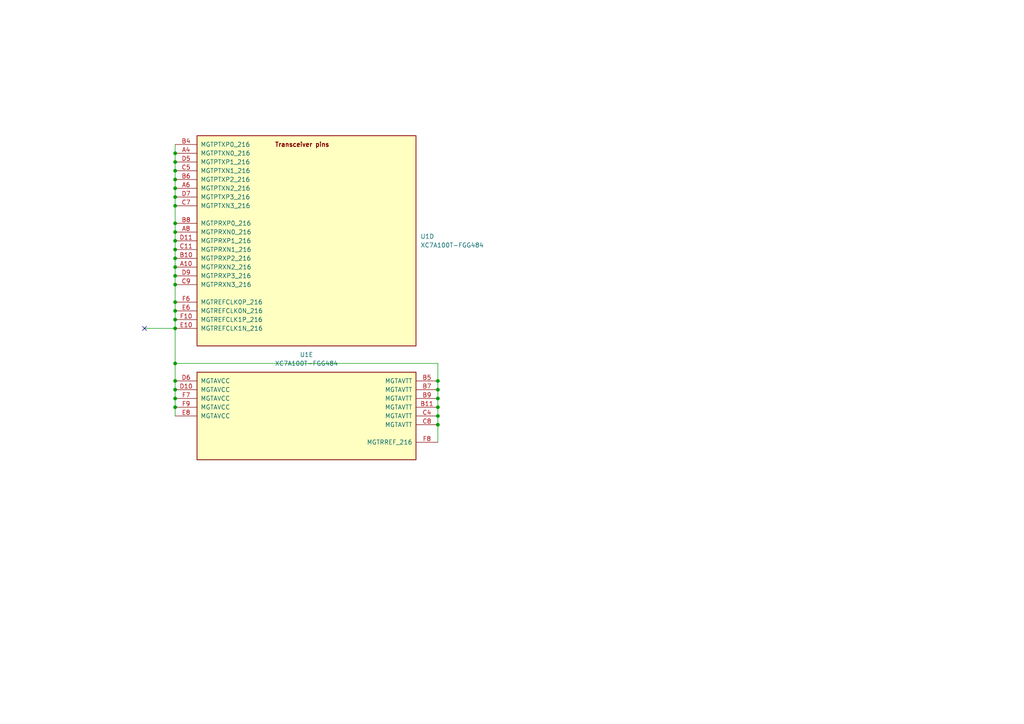
<source format=kicad_sch>
(kicad_sch (version 20230121) (generator eeschema)
  (paper "A4")
  (title_block (title "TripSitter") (date "4/20/2069") (rev "4.2.0") (company "NTNU x Nordic Semiconductor"))
  (lib_symbols
    (symbol "xc7a100t-fgg484:XC7A100T-FGG484" (pin_names (offset 1.016))
      (property "Reference" "U" (at 0 1.27 0))
      (property "Value" "XC7A100T-FGG484" (at 0 -1.27 0))
      (symbol "XC7A100T-FGG484_1_1"
        (rectangle (start -44.45 67.31) (end 44.45 -73.66) (stroke (width 0.254)) (fill (type background)))
        (pin bidirectional line (at -50.8 10.16 0) (length 6.35) (name "IO_L9P_T1_DQS_13") (number "AA10"))
        (pin bidirectional line (at -50.8 7.62 0) (length 6.35) (name "IO_L9N_T1_DQS_13") (number "AA11"))
        (pin bidirectional line (at -50.8 40.64 0) (length 6.35) (name "IO_L3P_T0_DQS_13") (number "AA13"))
        (pin bidirectional line (at -50.8 27.94 0) (length 6.35) (name "IO_L5N_T0_13") (number "AA14"))
        (pin bidirectional line (at -50.8 35.56 0) (length 6.35) (name "IO_L4P_T0_13") (number "AA15"))
        (pin bidirectional line (at -50.8 48.26 0) (length 6.35) (name "IO_L1N_T0_13") (number "AA16"))
        (pin power_in line (at -40.64 73.66 270) (length 6.35) (name "VCCO_13") (number "AA17"))
        (pin bidirectional line (at 50.8 -30.48 180) (length 6.35) (name "IO_L17P_T2_A14_D30_14") (number "AA18"))
        (pin bidirectional line (at 50.8 -20.32 180) (length 6.35) (name "IO_L15P_T2_DQS_RDWR_B_14") (number "AA19"))
        (pin bidirectional line (at 50.8 15.24 180) (length 6.35) (name "IO_L8P_T1_D11_14") (number "AA20"))
        (pin bidirectional line (at 50.8 12.7 180) (length 6.35) (name "IO_L8N_T1_D12_14") (number "AA21"))
        (pin bidirectional line (at -50.8 15.24 0) (length 6.35) (name "IO_L8P_T1_13") (number "AA9"))
        (pin bidirectional line (at -50.8 12.7 0) (length 6.35) (name "IO_L8N_T1_13") (number "AB10"))
        (pin bidirectional line (at -50.8 20.32 0) (length 6.35) (name "IO_L7P_T1_13") (number "AB11"))
        (pin bidirectional line (at -50.8 17.78 0) (length 6.35) (name "IO_L7N_T1_13") (number "AB12"))
        (pin bidirectional line (at -50.8 38.1 0) (length 6.35) (name "IO_L3N_T0_DQS_13") (number "AB13"))
        (pin power_in line (at -38.1 73.66 270) (length 6.35) (name "VCCO_13") (number "AB14"))
        (pin bidirectional line (at -50.8 33.02 0) (length 6.35) (name "IO_L4N_T0_13") (number "AB15"))
        (pin bidirectional line (at -50.8 45.72 0) (length 6.35) (name "IO_L2P_T0_13") (number "AB16"))
        (pin bidirectional line (at -50.8 43.18 0) (length 6.35) (name "IO_L2N_T0_13") (number "AB17"))
        (pin bidirectional line (at 50.8 -33.02 180) (length 6.35) (name "IO_L17N_T2_A13_D29_14") (number "AB18"))
        (pin bidirectional line (at 50.8 -22.86 180) (length 6.35) (name "IO_L15N_T2_DQS_DOUT_CSO_B_14") (number "AB20"))
        (pin bidirectional line (at 50.8 5.08 180) (length 6.35) (name "IO_L10P_T1_D14_14") (number "AB21"))
        (pin bidirectional line (at 50.8 2.54 180) (length 6.35) (name "IO_L10N_T1_D15_14") (number "AB22"))
        (pin power_in line (at 27.94 73.66 270) (length 6.35) (name "VCCO_14") (number "M14"))
        (pin bidirectional line (at 50.8 -60.96 180) (length 6.35) (name "IO_L23P_T3_A03_D19_14") (number "N13"))
        (pin bidirectional line (at 50.8 -63.5 180) (length 6.35) (name "IO_L23N_T3_A02_D18_14") (number "N14"))
        (pin bidirectional line (at 50.8 -71.12 180) (length 6.35) (name "IO_25_14") (number "N15"))
        (pin bidirectional line (at 50.8 -50.8 180) (length 6.35) (name "IO_L21P_T3_DQS_14") (number "N17"))
        (pin bidirectional line (at 50.8 -40.64 180) (length 6.35) (name "IO_L19P_T3_A10_D26_14") (number "P14"))
        (pin bidirectional line (at 50.8 -55.88 180) (length 6.35) (name "IO_L22P_T3_A05_D21_14") (number "P15"))
        (pin bidirectional line (at 50.8 -66.04 180) (length 6.35) (name "IO_L24P_T3_A01_D17_14") (number "P16"))
        (pin bidirectional line (at 50.8 -53.34 180) (length 6.35) (name "IO_L21N_T3_DQS_A06_D22_14") (number "P17"))
        (pin power_in line (at 30.48 73.66 270) (length 6.35) (name "VCCO_14") (number "P18"))
        (pin bidirectional line (at 50.8 30.48 180) (length 6.35) (name "IO_L5P_T0_D06_14") (number "P19"))
        (pin bidirectional line (at 50.8 53.34 180) (length 6.35) (name "IO_0_14") (number "P20"))
        (pin bidirectional line (at 50.8 45.72 180) (length 6.35) (name "IO_L2P_T0_D02_14") (number "P21"))
        (pin bidirectional line (at 50.8 50.8 180) (length 6.35) (name "IO_L1P_T0_D00_MOSI_14") (number "P22"))
        (pin bidirectional line (at 50.8 -43.18 180) (length 6.35) (name "IO_L19N_T3_A09_D25_VREF_14") (number "R14"))
        (pin power_in line (at 33.02 73.66 270) (length 6.35) (name "VCCO_14") (number "R15"))
        (pin bidirectional line (at 50.8 -58.42 180) (length 6.35) (name "IO_L22N_T3_A04_D20_14") (number "R16"))
        (pin bidirectional line (at 50.8 -68.58 180) (length 6.35) (name "IO_L24N_T3_A00_D16_14") (number "R17"))
        (pin bidirectional line (at 50.8 -45.72 180) (length 6.35) (name "IO_L20P_T3_A08_D24_14") (number "R18"))
        (pin bidirectional line (at 50.8 27.94 180) (length 6.35) (name "IO_L5N_T0_D07_14") (number "R19"))
        (pin bidirectional line (at 50.8 43.18 180) (length 6.35) (name "IO_L2N_T0_D03_14") (number "R21"))
        (pin bidirectional line (at 50.8 48.26 180) (length 6.35) (name "IO_L1N_T0_D01_DIN_14") (number "R22"))
        (pin bidirectional line (at -50.8 -20.32 0) (length 6.35) (name "IO_L15P_T2_DQS_13") (number "T14"))
        (pin bidirectional line (at -50.8 -22.86 0) (length 6.35) (name "IO_L15N_T2_DQS_13") (number "T15"))
        (pin bidirectional line (at -50.8 -30.48 0) (length 6.35) (name "IO_L17P_T2_13") (number "T16"))
        (pin bidirectional line (at 50.8 -48.26 180) (length 6.35) (name "IO_L20N_T3_A07_D23_14") (number "T18"))
        (pin bidirectional line (at 50.8 25.4 180) (length 6.35) (name "IO_L6P_T0_FCS_B_14") (number "T19"))
        (pin bidirectional line (at 50.8 22.86 180) (length 6.35) (name "IO_L6N_T0_D08_VREF_14") (number "T20"))
        (pin bidirectional line (at 50.8 35.56 180) (length 6.35) (name "IO_L4P_T0_D04_14") (number "T21"))
        (pin power_in line (at 35.56 73.66 270) (length 6.35) (name "VCCO_14") (number "T22"))
        (pin bidirectional line (at -50.8 -15.24 0) (length 6.35) (name "IO_L14P_T2_SRCC_13") (number "U15"))
        (pin bidirectional line (at -50.8 -33.02 0) (length 6.35) (name "IO_L17N_T2_13") (number "U16"))
        (pin bidirectional line (at 50.8 -35.56 180) (length 6.35) (name "IO_L18P_T2_A12_D28_14") (number "U17"))
        (pin bidirectional line (at 50.8 -38.1 180) (length 6.35) (name "IO_L18N_T2_A11_D27_14") (number "U18"))
        (pin power_in line (at 38.1 73.66 270) (length 6.35) (name "VCCO_14") (number "U19"))
        (pin bidirectional line (at 50.8 0 180) (length 6.35) (name "IO_L11P_T1_SRCC_14") (number "U20"))
        (pin bidirectional line (at 50.8 33.02 180) (length 6.35) (name "IO_L4N_T0_D05_14") (number "U21"))
        (pin bidirectional line (at 50.8 40.64 180) (length 6.35) (name "IO_L3P_T0_DQS_PUDC_B_14") (number "U22"))
        (pin bidirectional line (at -50.8 5.08 0) (length 6.35) (name "IO_L10P_T1_13") (number "V10"))
        (pin bidirectional line (at -50.8 -10.16 0) (length 6.35) (name "IO_L13P_T2_MRCC_13") (number "V13"))
        (pin bidirectional line (at -50.8 -12.7 0) (length 6.35) (name "IO_L13N_T2_MRCC_13") (number "V14"))
        (pin bidirectional line (at -50.8 -17.78 0) (length 6.35) (name "IO_L14N_T2_SRCC_13") (number "V15"))
        (pin power_in line (at -35.56 73.66 270) (length 6.35) (name "VCCO_13") (number "V16"))
        (pin bidirectional line (at 50.8 -25.4 180) (length 6.35) (name "IO_L16P_T2_CSI_B_14") (number "V17"))
        (pin bidirectional line (at 50.8 -15.24 180) (length 6.35) (name "IO_L14P_T2_SRCC_14") (number "V18"))
        (pin bidirectional line (at 50.8 -17.78 180) (length 6.35) (name "IO_L14N_T2_SRCC_14") (number "V19"))
        (pin bidirectional line (at 50.8 -2.54 180) (length 6.35) (name "IO_L11N_T1_SRCC_14") (number "V20"))
        (pin bidirectional line (at 50.8 38.1 180) (length 6.35) (name "IO_L3N_T0_DQS_EMCCLK_14") (number "V22"))
        (pin bidirectional line (at -50.8 2.54 0) (length 6.35) (name "IO_L10N_T1_13") (number "W10"))
        (pin bidirectional line (at -50.8 -5.08 0) (length 6.35) (name "IO_L12P_T1_MRCC_13") (number "W11"))
        (pin bidirectional line (at -50.8 -7.62 0) (length 6.35) (name "IO_L12N_T1_MRCC_13") (number "W12"))
        (pin power_in line (at -33.02 73.66 270) (length 6.35) (name "VCCO_13") (number "W13"))
        (pin bidirectional line (at -50.8 25.4 0) (length 6.35) (name "IO_L6P_T0_13") (number "W14"))
        (pin bidirectional line (at -50.8 -25.4 0) (length 6.35) (name "IO_L16P_T2_13") (number "W15"))
        (pin bidirectional line (at -50.8 -27.94 0) (length 6.35) (name "IO_L16N_T2_13") (number "W16"))
        (pin bidirectional line (at 50.8 -27.94 180) (length 6.35) (name "IO_L16N_T2_A15_D31_14") (number "W17"))
        (pin bidirectional line (at 50.8 -5.08 180) (length 6.35) (name "IO_L12P_T1_MRCC_14") (number "W19"))
        (pin bidirectional line (at 50.8 -7.62 180) (length 6.35) (name "IO_L12N_T1_MRCC_14") (number "W20"))
        (pin bidirectional line (at 50.8 20.32 180) (length 6.35) (name "IO_L7P_T1_D09_14") (number "W21"))
        (pin bidirectional line (at 50.8 17.78 180) (length 6.35) (name "IO_L7N_T1_D10_14") (number "W22"))
        (pin power_in line (at -30.48 73.66 270) (length 6.35) (name "VCCO_13") (number "Y10"))
        (pin bidirectional line (at -50.8 0 0) (length 6.35) (name "IO_L11P_T1_SRCC_13") (number "Y11"))
        (pin bidirectional line (at -50.8 -2.54 0) (length 6.35) (name "IO_L11N_T1_SRCC_13") (number "Y12"))
        (pin bidirectional line (at -50.8 30.48 0) (length 6.35) (name "IO_L5P_T0_13") (number "Y13"))
        (pin bidirectional line (at -50.8 22.86 0) (length 6.35) (name "IO_L6N_T0_VREF_13") (number "Y14"))
        (pin bidirectional line (at -50.8 50.8 0) (length 6.35) (name "IO_L1P_T0_13") (number "Y16"))
        (pin bidirectional line (at -50.8 53.34 0) (length 6.35) (name "IO_0_13") (number "Y17"))
        (pin bidirectional line (at 50.8 -10.16 180) (length 6.35) (name "IO_L13P_T2_MRCC_14") (number "Y18"))
        (pin bidirectional line (at 50.8 -12.7 180) (length 6.35) (name "IO_L13N_T2_MRCC_14") (number "Y19"))
        (pin power_in line (at 40.64 73.66 270) (length 6.35) (name "VCCO_14") (number "Y20"))
        (pin bidirectional line (at 50.8 10.16 180) (length 6.35) (name "IO_L9P_T1_DQS_14") (number "Y21"))
        (pin bidirectional line (at 50.8 7.62 180) (length 6.35) (name "IO_L9N_T1_DQS_D13_14") (number "Y22"))
      )
      (symbol "XC7A100T-FGG484_2_1"
        (rectangle (start -44.45 67.31) (end 44.45 -73.66) (stroke (width 0.254)) (fill (type background)))
        (pin bidirectional line (at 50.8 5.08 180) (length 6.35) (name "IO_L10P_T1_16") (number "A13"))
        (pin bidirectional line (at 50.8 2.54 180) (length 6.35) (name "IO_L10N_T1_16") (number "A14"))
        (pin bidirectional line (at 50.8 10.16 180) (length 6.35) (name "IO_L9P_T1_DQS_16") (number "A15"))
        (pin bidirectional line (at 50.8 7.62 180) (length 6.35) (name "IO_L9N_T1_DQS_16") (number "A16"))
        (pin power_in line (at 27.94 73.66 270) (length 6.35) (name "VCCO_16") (number "A17"))
        (pin bidirectional line (at 50.8 -30.48 180) (length 6.35) (name "IO_L17P_T2_16") (number "A18"))
        (pin bidirectional line (at 50.8 -33.02 180) (length 6.35) (name "IO_L17N_T2_16") (number "A19"))
        (pin bidirectional line (at 50.8 -27.94 180) (length 6.35) (name "IO_L16N_T2_16") (number "A20"))
        (pin bidirectional line (at 50.8 -53.34 180) (length 6.35) (name "IO_L21N_T3_DQS_16") (number "A21"))
        (pin bidirectional line (at 50.8 12.7 180) (length 6.35) (name "IO_L8N_T1_16") (number "B13"))
        (pin power_in line (at 30.48 73.66 270) (length 6.35) (name "VCCO_16") (number "B14"))
        (pin bidirectional line (at 50.8 20.32 180) (length 6.35) (name "IO_L7P_T1_16") (number "B15"))
        (pin bidirectional line (at 50.8 17.78 180) (length 6.35) (name "IO_L7N_T1_16") (number "B16"))
        (pin bidirectional line (at 50.8 0 180) (length 6.35) (name "IO_L11P_T1_SRCC_16") (number "B17"))
        (pin bidirectional line (at 50.8 -2.54 180) (length 6.35) (name "IO_L11N_T1_SRCC_16") (number "B18"))
        (pin bidirectional line (at 50.8 -25.4 180) (length 6.35) (name "IO_L16P_T2_16") (number "B20"))
        (pin bidirectional line (at 50.8 -50.8 180) (length 6.35) (name "IO_L21P_T3_DQS_16") (number "B21"))
        (pin bidirectional line (at 50.8 -48.26 180) (length 6.35) (name "IO_L20N_T3_16") (number "B22"))
        (pin bidirectional line (at 50.8 15.24 180) (length 6.35) (name "IO_L8P_T1_16") (number "C13"))
        (pin bidirectional line (at 50.8 40.64 180) (length 6.35) (name "IO_L3P_T0_DQS_16") (number "C14"))
        (pin bidirectional line (at 50.8 38.1 180) (length 6.35) (name "IO_L3N_T0_DQS_16") (number "C15"))
        (pin bidirectional line (at 50.8 -7.62 180) (length 6.35) (name "IO_L12N_T1_MRCC_16") (number "C17"))
        (pin bidirectional line (at 50.8 -10.16 180) (length 6.35) (name "IO_L13P_T2_MRCC_16") (number "C18"))
        (pin bidirectional line (at 50.8 -12.7 180) (length 6.35) (name "IO_L13N_T2_MRCC_16") (number "C19"))
        (pin bidirectional line (at 50.8 -43.18 180) (length 6.35) (name "IO_L19N_T3_VREF_16") (number "C20"))
        (pin power_in line (at 33.02 73.66 270) (length 6.35) (name "VCCO_16") (number "C21"))
        (pin bidirectional line (at 50.8 -45.72 180) (length 6.35) (name "IO_L20P_T3_16") (number "C22"))
        (pin bidirectional line (at 50.8 25.4 180) (length 6.35) (name "IO_L6P_T0_16") (number "D14"))
        (pin bidirectional line (at 50.8 22.86 180) (length 6.35) (name "IO_L6N_T0_VREF_16") (number "D15"))
        (pin bidirectional line (at 50.8 27.94 180) (length 6.35) (name "IO_L5N_T0_16") (number "D16"))
        (pin bidirectional line (at 50.8 -5.08 180) (length 6.35) (name "IO_L12P_T1_MRCC_16") (number "D17"))
        (pin power_in line (at 35.56 73.66 270) (length 6.35) (name "VCCO_16") (number "D18"))
        (pin bidirectional line (at 50.8 -17.78 180) (length 6.35) (name "IO_L14N_T2_SRCC_16") (number "D19"))
        (pin bidirectional line (at 50.8 -40.64 180) (length 6.35) (name "IO_L19P_T3_16") (number "D20"))
        (pin bidirectional line (at 50.8 -63.5 180) (length 6.35) (name "IO_L23N_T3_16") (number "D21"))
        (pin bidirectional line (at 50.8 -58.42 180) (length 6.35) (name "IO_L22N_T3_16") (number "D22"))
        (pin bidirectional line (at 50.8 35.56 180) (length 6.35) (name "IO_L4P_T0_16") (number "E13"))
        (pin bidirectional line (at 50.8 33.02 180) (length 6.35) (name "IO_L4N_T0_16") (number "E14"))
        (pin power_in line (at 38.1 73.66 270) (length 6.35) (name "VCCO_16") (number "E15"))
        (pin bidirectional line (at 50.8 30.48 180) (length 6.35) (name "IO_L5P_T0_16") (number "E16"))
        (pin bidirectional line (at 50.8 43.18 180) (length 6.35) (name "IO_L2N_T0_16") (number "E17"))
        (pin bidirectional line (at 50.8 -22.86 180) (length 6.35) (name "IO_L15N_T2_DQS_16") (number "E18"))
        (pin bidirectional line (at 50.8 -15.24 180) (length 6.35) (name "IO_L14P_T2_SRCC_16") (number "E19"))
        (pin bidirectional line (at 50.8 -60.96 180) (length 6.35) (name "IO_L23P_T3_16") (number "E21"))
        (pin bidirectional line (at 50.8 -55.88 180) (length 6.35) (name "IO_L22P_T3_16") (number "E22"))
        (pin bidirectional line (at 50.8 50.8 180) (length 6.35) (name "IO_L1P_T0_16") (number "F13"))
        (pin bidirectional line (at 50.8 48.26 180) (length 6.35) (name "IO_L1N_T0_16") (number "F14"))
        (pin bidirectional line (at 50.8 53.34 180) (length 6.35) (name "IO_0_16") (number "F15"))
        (pin bidirectional line (at 50.8 45.72 180) (length 6.35) (name "IO_L2P_T0_16") (number "F16"))
        (pin bidirectional line (at 50.8 -20.32 180) (length 6.35) (name "IO_L15P_T2_DQS_16") (number "F18"))
        (pin bidirectional line (at 50.8 -35.56 180) (length 6.35) (name "IO_L18P_T2_16") (number "F19"))
        (pin bidirectional line (at 50.8 -38.1 180) (length 6.35) (name "IO_L18N_T2_16") (number "F20"))
        (pin bidirectional line (at 50.8 -71.12 180) (length 6.35) (name "IO_25_16") (number "F21"))
        (pin power_in line (at 40.64 73.66 270) (length 6.35) (name "VCCO_16") (number "F22"))
        (pin bidirectional line (at -50.8 48.26 0) (length 6.35) (name "IO_L1N_T0_AD0N_15") (number "G13"))
        (pin bidirectional line (at -50.8 45.72 0) (length 6.35) (name "IO_L2P_T0_AD8P_15") (number "G15"))
        (pin bidirectional line (at -50.8 43.18 0) (length 6.35) (name "IO_L2N_T0_AD8N_15") (number "G16"))
        (pin bidirectional line (at -50.8 35.56 0) (length 6.35) (name "IO_L4P_T0_15") (number "G17"))
        (pin bidirectional line (at -50.8 33.02 0) (length 6.35) (name "IO_L4N_T0_15") (number "G18"))
        (pin power_in line (at -40.64 73.66 270) (length 6.35) (name "VCCO_15") (number "G19"))
        (pin bidirectional line (at -50.8 12.7 0) (length 6.35) (name "IO_L8N_T1_AD10N_15") (number "G20"))
        (pin bidirectional line (at 50.8 -66.04 180) (length 6.35) (name "IO_L24P_T3_16") (number "G21"))
        (pin bidirectional line (at 50.8 -68.58 180) (length 6.35) (name "IO_L24N_T3_16") (number "G22"))
        (pin bidirectional line (at -50.8 50.8 0) (length 6.35) (name "IO_L1P_T0_AD0P_15") (number "H13"))
        (pin bidirectional line (at -50.8 38.1 0) (length 6.35) (name "IO_L3N_T0_DQS_AD1N_15") (number "H14"))
        (pin bidirectional line (at -50.8 27.94 0) (length 6.35) (name "IO_L5N_T0_AD9N_15") (number "H15"))
        (pin power_in line (at -38.1 73.66 270) (length 6.35) (name "VCCO_15") (number "H16"))
        (pin bidirectional line (at -50.8 25.4 0) (length 6.35) (name "IO_L6P_T0_15") (number "H17"))
        (pin bidirectional line (at -50.8 22.86 0) (length 6.35) (name "IO_L6N_T0_VREF_15") (number "H18"))
        (pin bidirectional line (at -50.8 -7.62 0) (length 6.35) (name "IO_L12N_T1_MRCC_15") (number "H19"))
        (pin bidirectional line (at -50.8 15.24 0) (length 6.35) (name "IO_L8P_T1_AD10P_15") (number "H20"))
        (pin bidirectional line (at -50.8 17.78 0) (length 6.35) (name "IO_L7N_T1_AD2N_15") (number "H22"))
        (pin power_in line (at -35.56 73.66 270) (length 6.35) (name "VCCO_15") (number "J13"))
        (pin bidirectional line (at -50.8 40.64 0) (length 6.35) (name "IO_L3P_T0_DQS_AD1P_15") (number "J14"))
        (pin bidirectional line (at -50.8 30.48 0) (length 6.35) (name "IO_L5P_T0_AD9P_15") (number "J15"))
        (pin bidirectional line (at -50.8 53.34 0) (length 6.35) (name "IO_0_15") (number "J16"))
        (pin bidirectional line (at -50.8 -53.34 0) (length 6.35) (name "IO_L21N_T3_DQS_A18_15") (number "J17"))
        (pin bidirectional line (at -50.8 -5.08 0) (length 6.35) (name "IO_L12P_T1_MRCC_15") (number "J19"))
        (pin bidirectional line (at -50.8 0 0) (length 6.35) (name "IO_L11P_T1_SRCC_15") (number "J20"))
        (pin bidirectional line (at -50.8 -2.54 0) (length 6.35) (name "IO_L11N_T1_SRCC_15") (number "J21"))
        (pin bidirectional line (at -50.8 20.32 0) (length 6.35) (name "IO_L7P_T1_AD2P_15") (number "J22"))
        (pin bidirectional line (at -50.8 -40.64 0) (length 6.35) (name "IO_L19P_T3_A22_15") (number "K13"))
        (pin bidirectional line (at -50.8 -43.18 0) (length 6.35) (name "IO_L19N_T3_A21_VREF_15") (number "K14"))
        (pin bidirectional line (at -50.8 -63.5 0) (length 6.35) (name "IO_L23N_T3_FWE_B_15") (number "K16"))
        (pin bidirectional line (at -50.8 -50.8 0) (length 6.35) (name "IO_L21P_T3_DQS_15") (number "K17"))
        (pin bidirectional line (at -50.8 -10.16 0) (length 6.35) (name "IO_L13P_T2_MRCC_15") (number "K18"))
        (pin bidirectional line (at -50.8 -12.7 0) (length 6.35) (name "IO_L13N_T2_MRCC_15") (number "K19"))
        (pin power_in line (at -33.02 73.66 270) (length 6.35) (name "VCCO_15") (number "K20"))
        (pin bidirectional line (at -50.8 10.16 0) (length 6.35) (name "IO_L9P_T1_DQS_AD3P_15") (number "K21"))
        (pin bidirectional line (at -50.8 7.62 0) (length 6.35) (name "IO_L9N_T1_DQS_AD3N_15") (number "K22"))
        (pin bidirectional line (at -50.8 -48.26 0) (length 6.35) (name "IO_L20N_T3_A19_15") (number "L13"))
        (pin bidirectional line (at -50.8 -55.88 0) (length 6.35) (name "IO_L22P_T3_A17_15") (number "L14"))
        (pin bidirectional line (at -50.8 -58.42 0) (length 6.35) (name "IO_L22N_T3_A16_15") (number "L15"))
        (pin bidirectional line (at -50.8 -60.96 0) (length 6.35) (name "IO_L23P_T3_FOE_B_15") (number "L16"))
        (pin power_in line (at -30.48 73.66 270) (length 6.35) (name "VCCO_15") (number "L17"))
        (pin bidirectional line (at -50.8 -27.94 0) (length 6.35) (name "IO_L16N_T2_A27_15") (number "L18"))
        (pin bidirectional line (at -50.8 -15.24 0) (length 6.35) (name "IO_L14P_T2_SRCC_15") (number "L19"))
        (pin bidirectional line (at -50.8 -17.78 0) (length 6.35) (name "IO_L14N_T2_SRCC_15") (number "L20"))
        (pin bidirectional line (at -50.8 2.54 0) (length 6.35) (name "IO_L10N_T1_AD11N_15") (number "L21"))
        (pin bidirectional line (at -50.8 -45.72 0) (length 6.35) (name "IO_L20P_T3_A20_15") (number "M13"))
        (pin bidirectional line (at -50.8 -66.04 0) (length 6.35) (name "IO_L24P_T3_RS1_15") (number "M15"))
        (pin bidirectional line (at -50.8 -68.58 0) (length 6.35) (name "IO_L24N_T3_RS0_15") (number "M16"))
        (pin bidirectional line (at -50.8 -71.12 0) (length 6.35) (name "IO_25_15") (number "M17"))
        (pin bidirectional line (at -50.8 -25.4 0) (length 6.35) (name "IO_L16P_T2_A28_15") (number "M18"))
        (pin bidirectional line (at -50.8 -38.1 0) (length 6.35) (name "IO_L18N_T2_A23_15") (number "M20"))
        (pin bidirectional line (at -50.8 5.08 0) (length 6.35) (name "IO_L10P_T1_AD11P_15") (number "M21"))
        (pin bidirectional line (at -50.8 -22.86 0) (length 6.35) (name "IO_L15N_T2_DQS_ADV_B_15") (number "M22"))
        (pin bidirectional line (at -50.8 -30.48 0) (length 6.35) (name "IO_L17P_T2_A26_15") (number "N18"))
        (pin bidirectional line (at -50.8 -33.02 0) (length 6.35) (name "IO_L17N_T2_A25_15") (number "N19"))
        (pin bidirectional line (at -50.8 -35.56 0) (length 6.35) (name "IO_L18P_T2_A24_15") (number "N20"))
        (pin power_in line (at -27.94 73.66 270) (length 6.35) (name "VCCO_15") (number "N21"))
        (pin bidirectional line (at -50.8 -20.32 0) (length 6.35) (name "IO_L15P_T2_DQS_15") (number "N22"))
      )
      (symbol "XC7A100T-FGG484_3_1"
        (rectangle (start -29.21 67.31) (end 31.75 -63.5) (stroke (width 0.254)) (fill (type background)))
        (text "Bank 35\n" (at 1.27 64.77 0) (effects (font (size 2.4 2.4) bold)))
        (pin bidirectional line (at 38.1 58.42 180) (length 6.35) (name "IO_L1N_T0_AD4N_35") (number "A1"))
        (pin bidirectional line (at 38.1 60.96 180) (length 6.35) (name "IO_L1P_T0_AD4P_35") (number "B1"))
        (pin bidirectional line (at 38.1 53.34 180) (length 6.35) (name "IO_L2N_T0_AD12N_35") (number "B2"))
        (pin power_in line (at -24.13 73.66 270) (length 6.35) (name "VCCO_35") (number "C1"))
        (pin bidirectional line (at 38.1 55.88 180) (length 6.35) (name "IO_L2P_T0_AD12P_35") (number "C2"))
        (pin bidirectional line (at 38.1 48.26 180) (length 6.35) (name "IO_L3N_T0_DQS_AD5N_35") (number "D1"))
        (pin bidirectional line (at 38.1 43.18 180) (length 6.35) (name "IO_L4N_T0_35") (number "D2"))
        (pin bidirectional line (at 38.1 50.8 180) (length 6.35) (name "IO_L3P_T0_DQS_AD5P_35") (number "E1"))
        (pin bidirectional line (at 38.1 45.72 180) (length 6.35) (name "IO_L4P_T0_35") (number "E2"))
        (pin bidirectional line (at 38.1 33.02 180) (length 6.35) (name "IO_L6N_T0_VREF_35") (number "E3"))
        (pin bidirectional line (at 38.1 38.1 180) (length 6.35) (name "IO_L5N_T0_AD13N_35") (number "F1"))
        (pin power_in line (at -21.59 73.66 270) (length 6.35) (name "VCCO_35") (number "F2"))
        (pin bidirectional line (at 38.1 35.56 180) (length 6.35) (name "IO_L6P_T0_35") (number "F3"))
        (pin bidirectional line (at 38.1 63.5 180) (length 6.35) (name "IO_0_35") (number "F4"))
        (pin bidirectional line (at 38.1 40.64 180) (length 6.35) (name "IO_L5P_T0_AD13P_35") (number "G1"))
        (pin bidirectional line (at 38.1 22.86 180) (length 6.35) (name "IO_L8N_T1_AD14N_35") (number "G2"))
        (pin bidirectional line (at 38.1 7.62 180) (length 6.35) (name "IO_L11N_T1_SRCC_35") (number "G3"))
        (pin bidirectional line (at 38.1 2.54 180) (length 6.35) (name "IO_L12N_T1_MRCC_35") (number "G4"))
        (pin bidirectional line (at 38.1 25.4 180) (length 6.35) (name "IO_L8P_T1_AD14P_35") (number "H2"))
        (pin bidirectional line (at 38.1 10.16 180) (length 6.35) (name "IO_L11P_T1_SRCC_35") (number "H3"))
        (pin bidirectional line (at 38.1 5.08 180) (length 6.35) (name "IO_L12P_T1_MRCC_35") (number "H4"))
        (pin bidirectional line (at 38.1 12.7 180) (length 6.35) (name "IO_L10N_T1_AD15N_35") (number "H5"))
        (pin power_in line (at -19.05 73.66 270) (length 6.35) (name "VCCO_35") (number "H6"))
        (pin bidirectional line (at 38.1 27.94 180) (length 6.35) (name "IO_L7N_T1_AD6N_35") (number "J1"))
        (pin bidirectional line (at 38.1 17.78 180) (length 6.35) (name "IO_L9N_T1_DQS_AD7N_35") (number "J2"))
        (pin power_in line (at -16.51 73.66 270) (length 6.35) (name "VCCO_35") (number "J3"))
        (pin bidirectional line (at 38.1 -2.54 180) (length 6.35) (name "IO_L13N_T2_MRCC_35") (number "J4"))
        (pin bidirectional line (at 38.1 15.24 180) (length 6.35) (name "IO_L10P_T1_AD15P_35") (number "J5"))
        (pin bidirectional line (at 38.1 -22.86 180) (length 6.35) (name "IO_L17N_T2_35") (number "J6"))
        (pin bidirectional line (at 38.1 30.48 180) (length 6.35) (name "IO_L7P_T1_AD6P_35") (number "K1"))
        (pin bidirectional line (at 38.1 20.32 180) (length 6.35) (name "IO_L9P_T1_DQS_AD7P_35") (number "K2"))
        (pin bidirectional line (at 38.1 -7.62 180) (length 6.35) (name "IO_L14N_T2_SRCC_35") (number "K3"))
        (pin bidirectional line (at 38.1 0 180) (length 6.35) (name "IO_L13P_T2_MRCC_35") (number "K4"))
        (pin bidirectional line (at 38.1 -20.32 180) (length 6.35) (name "IO_L17P_T2_35") (number "K6"))
        (pin bidirectional line (at 38.1 -12.7 180) (length 6.35) (name "IO_L15N_T2_DQS_35") (number "L1"))
        (pin bidirectional line (at 38.1 -5.08 180) (length 6.35) (name "IO_L14P_T2_SRCC_35") (number "L3"))
        (pin bidirectional line (at 38.1 -27.94 180) (length 6.35) (name "IO_L18N_T2_35") (number "L4"))
        (pin bidirectional line (at 38.1 -25.4 180) (length 6.35) (name "IO_L18P_T2_35") (number "L5"))
        (pin bidirectional line (at 38.1 -60.96 180) (length 6.35) (name "IO_25_35") (number "L6"))
        (pin bidirectional line (at 38.1 -10.16 180) (length 6.35) (name "IO_L15P_T2_DQS_35") (number "M1"))
        (pin bidirectional line (at 38.1 -17.78 180) (length 6.35) (name "IO_L16N_T2_35") (number "M2"))
        (pin bidirectional line (at 38.1 -15.24 180) (length 6.35) (name "IO_L16P_T2_35") (number "M3"))
        (pin power_in line (at -13.97 73.66 270) (length 6.35) (name "VCCO_35") (number "M4"))
        (pin bidirectional line (at 38.1 -53.34 180) (length 6.35) (name "IO_L23N_T3_35") (number "M5"))
        (pin bidirectional line (at 38.1 -50.8 180) (length 6.35) (name "IO_L23P_T3_35") (number "M6"))
        (pin power_in line (at -11.43 73.66 270) (length 6.35) (name "VCCO_35") (number "N1"))
        (pin bidirectional line (at 38.1 -48.26 180) (length 6.35) (name "IO_L22N_T3_35") (number "N2"))
        (pin bidirectional line (at 38.1 -33.02 180) (length 6.35) (name "IO_L19N_T3_VREF_35") (number "N3"))
        (pin bidirectional line (at 38.1 -30.48 180) (length 6.35) (name "IO_L19P_T3_35") (number "N4"))
        (pin bidirectional line (at 38.1 -58.42 180) (length 6.35) (name "IO_L24N_T3_35") (number "N5"))
        (pin bidirectional line (at 38.1 -38.1 180) (length 6.35) (name "IO_L20N_T3_35") (number "P1"))
        (pin bidirectional line (at 38.1 -45.72 180) (length 6.35) (name "IO_L22P_T3_35") (number "P2"))
        (pin bidirectional line (at 38.1 -43.18 180) (length 6.35) (name "IO_L21N_T3_DQS_35") (number "P4"))
        (pin bidirectional line (at 38.1 -40.64 180) (length 6.35) (name "IO_L21P_T3_DQS_35") (number "P5"))
        (pin bidirectional line (at 38.1 -55.88 180) (length 6.35) (name "IO_L24P_T3_35") (number "P6"))
        (pin bidirectional line (at 38.1 -35.56 180) (length 6.35) (name "IO_L20P_T3_35") (number "R1"))
      )
      (symbol "XC7A100T-FGG484_4_1"
        (rectangle (start -31.75 30.48) (end 31.75 -30.48) (stroke (width 0.254)) (fill (type background)))
        (text "Transceiver pins" (at -1.27 27.94 0) (effects (font (size 1.27 1.27) bold)))
        (pin bidirectional line (at -38.1 -7.62 0) (length 6.35) (name "MGTPRXN2_216") (number "A10"))
        (pin bidirectional line (at -38.1 25.4 0) (length 6.35) (name "MGTPTXN0_216") (number "A4"))
        (pin bidirectional line (at -38.1 15.24 0) (length 6.35) (name "MGTPTXN2_216") (number "A6"))
        (pin bidirectional line (at -38.1 2.54 0) (length 6.35) (name "MGTPRXN0_216") (number "A8"))
        (pin bidirectional line (at -38.1 -5.08 0) (length 6.35) (name "MGTPRXP2_216") (number "B10"))
        (pin bidirectional line (at -38.1 27.94 0) (length 6.35) (name "MGTPTXP0_216") (number "B4"))
        (pin bidirectional line (at -38.1 17.78 0) (length 6.35) (name "MGTPTXP2_216") (number "B6"))
        (pin bidirectional line (at -38.1 5.08 0) (length 6.35) (name "MGTPRXP0_216") (number "B8"))
        (pin bidirectional line (at -38.1 -2.54 0) (length 6.35) (name "MGTPRXN1_216") (number "C11"))
        (pin bidirectional line (at -38.1 20.32 0) (length 6.35) (name "MGTPTXN1_216") (number "C5"))
        (pin bidirectional line (at -38.1 10.16 0) (length 6.35) (name "MGTPTXN3_216") (number "C7"))
        (pin bidirectional line (at -38.1 -12.7 0) (length 6.35) (name "MGTPRXN3_216") (number "C9"))
        (pin bidirectional line (at -38.1 0 0) (length 6.35) (name "MGTPRXP1_216") (number "D11"))
        (pin bidirectional line (at -38.1 22.86 0) (length 6.35) (name "MGTPTXP1_216") (number "D5"))
        (pin bidirectional line (at -38.1 12.7 0) (length 6.35) (name "MGTPTXP3_216") (number "D7"))
        (pin bidirectional line (at -38.1 -10.16 0) (length 6.35) (name "MGTPRXP3_216") (number "D9"))
        (pin bidirectional line (at -38.1 -25.4 0) (length 6.35) (name "MGTREFCLK1N_216") (number "E10"))
        (pin bidirectional line (at -38.1 -20.32 0) (length 6.35) (name "MGTREFCLK0N_216") (number "E6"))
        (pin bidirectional line (at -38.1 -22.86 0) (length 6.35) (name "MGTREFCLK1P_216") (number "F10"))
        (pin bidirectional line (at -38.1 -17.78 0) (length 6.35) (name "MGTREFCLK0P_216") (number "F6"))
      )
      (symbol "XC7A100T-FGG484_5_1"
        (rectangle (start -31.75 12.7) (end 31.75 -12.7) (stroke (width 0.254)) (fill (type background)))
        (pin power_in line (at 38.1 2.54 180) (length 6.35) (name "MGTAVTT") (number "B11"))
        (pin power_in line (at 38.1 10.16 180) (length 6.35) (name "MGTAVTT") (number "B5"))
        (pin power_in line (at 38.1 7.62 180) (length 6.35) (name "MGTAVTT") (number "B7"))
        (pin power_in line (at 38.1 5.08 180) (length 6.35) (name "MGTAVTT") (number "B9"))
        (pin power_in line (at 38.1 0 180) (length 6.35) (name "MGTAVTT") (number "C4"))
        (pin power_in line (at 38.1 -2.54 180) (length 6.35) (name "MGTAVTT") (number "C8"))
        (pin power_in line (at -38.1 7.62 0) (length 6.35) (name "MGTAVCC") (number "D10"))
        (pin power_in line (at -38.1 10.16 0) (length 6.35) (name "MGTAVCC") (number "D6"))
        (pin power_in line (at -38.1 0 0) (length 6.35) (name "MGTAVCC") (number "E8"))
        (pin power_in line (at -38.1 5.08 0) (length 6.35) (name "MGTAVCC") (number "F7"))
        (pin power_in line (at 38.1 -7.62 180) (length 6.35) (name "MGTRREF_216") (number "F8"))
        (pin power_in line (at -38.1 2.54 0) (length 6.35) (name "MGTAVCC") (number "F9"))
      )
      (symbol "XC7A100T-FGG484_6_1"
        (rectangle (start -31.75 34.29) (end 31.75 -40.64) (stroke (width 0.254)) (fill (type background)))
        (pin power_in line (at -26.67 40.64 270) (length 6.35) (name "VCCO_0") (number "F12"))
        (pin bidirectional line (at 38.1 -5.08 180) (length 6.35) (name "DONE_0") (number "G11"))
        (pin bidirectional line (at 38.1 -20.32 180) (length 6.35) (name "VP_0") (number "L10"))
        (pin bidirectional line (at 38.1 7.62 180) (length 6.35) (name "CCLK_0") (number "L12"))
        (pin bidirectional line (at 38.1 -30.48 180) (length 6.35) (name "VREFN_0") (number "L9"))
        (pin bidirectional line (at 38.1 -27.94 180) (length 6.35) (name "VREFP_0") (number "M10"))
        (pin bidirectional line (at 38.1 -22.86 180) (length 6.35) (name "VN_0") (number "M9"))
        (pin bidirectional line (at 38.1 -35.56 180) (length 6.35) (name "DXP_0") (number "N10"))
        (pin bidirectional line (at 38.1 -10.16 180) (length 6.35) (name "PROGRAM_B_0") (number "N12"))
        (pin bidirectional line (at 38.1 -38.1 180) (length 6.35) (name "DXN_0") (number "N9"))
        (pin bidirectional line (at 38.1 20.32 180) (length 6.35) (name "TDI_0") (number "R13"))
        (pin power_in line (at -24.13 40.64 270) (length 6.35) (name "VCCO_0") (number "T12"))
        (pin bidirectional line (at 38.1 15.24 180) (length 6.35) (name "TMS_0") (number "T13"))
        (pin bidirectional line (at 38.1 2.54 180) (length 6.35) (name "M1_0") (number "U10"))
        (pin bidirectional line (at 38.1 5.08 180) (length 6.35) (name "M0_0") (number "U11"))
        (pin bidirectional line (at 38.1 -7.62 180) (length 6.35) (name "INIT_B_0") (number "U12"))
        (pin bidirectional line (at 38.1 17.78 180) (length 6.35) (name "TDO_0") (number "U13"))
        (pin bidirectional line (at 38.1 -15.24 180) (length 6.35) (name "CFGBVS_0") (number "U8"))
        (pin bidirectional line (at 38.1 0 180) (length 6.35) (name "M2_0") (number "U9"))
        (pin bidirectional line (at 38.1 12.7 180) (length 6.35) (name "TCK_0") (number "V12"))
      )
      (symbol "XC7A100T-FGG484_7_1"
        (rectangle (start -19.05 76.2) (end 19.05 -76.2) (stroke (width 0.254)) (fill (type background)))
        (pin power_in line (at -25.4 22.86 0) (length 6.35) (name "GND") (number "A11"))
        (pin power_in line (at -25.4 20.32 0) (length 6.35) (name "GND") (number "A12"))
        (pin power_in line (at -25.4 35.56 0) (length 6.35) (name "GND") (number "A2"))
        (pin power_in line (at -25.4 17.78 0) (length 6.35) (name "GND") (number "A22"))
        (pin power_in line (at -25.4 33.02 0) (length 6.35) (name "GND") (number "A3"))
        (pin power_in line (at -25.4 30.48 0) (length 6.35) (name "GND") (number "A5"))
        (pin power_in line (at -25.4 27.94 0) (length 6.35) (name "GND") (number "A7"))
        (pin power_in line (at -25.4 25.4 0) (length 6.35) (name "GND") (number "A9"))
        (pin power_in line (at 25.4 -66.04 180) (length 6.35) (name "GND") (number "AA12"))
        (pin power_in line (at 25.4 -63.5 180) (length 6.35) (name "GND") (number "AA2"))
        (pin power_in line (at 25.4 -68.58 180) (length 6.35) (name "GND") (number "AA22"))
        (pin power_in line (at 25.4 -73.66 180) (length 6.35) (name "GND") (number "AB19"))
        (pin power_in line (at 25.4 -71.12 180) (length 6.35) (name "GND") (number "AB9"))
        (pin power_in line (at -25.4 12.7 0) (length 6.35) (name "GND") (number "B12"))
        (pin power_in line (at -25.4 10.16 0) (length 6.35) (name "GND") (number "B19"))
        (pin power_in line (at -25.4 15.24 0) (length 6.35) (name "GND") (number "B3"))
        (pin power_in line (at -25.4 2.54 0) (length 6.35) (name "GND") (number "C10"))
        (pin power_in line (at -25.4 0 0) (length 6.35) (name "GND") (number "C12"))
        (pin power_in line (at -25.4 -2.54 0) (length 6.35) (name "GND") (number "C16"))
        (pin power_in line (at -25.4 7.62 0) (length 6.35) (name "GND") (number "C3"))
        (pin power_in line (at -25.4 5.08 0) (length 6.35) (name "GND") (number "C6"))
        (pin power_in line (at -25.4 -12.7 0) (length 6.35) (name "GND") (number "D12"))
        (pin power_in line (at -25.4 -15.24 0) (length 6.35) (name "GND") (number "D13"))
        (pin power_in line (at -25.4 -5.08 0) (length 6.35) (name "GND") (number "D3"))
        (pin power_in line (at -25.4 -7.62 0) (length 6.35) (name "GND") (number "D4"))
        (pin power_in line (at -25.4 -10.16 0) (length 6.35) (name "GND") (number "D8"))
        (pin power_in line (at -25.4 -27.94 0) (length 6.35) (name "GND") (number "E11"))
        (pin power_in line (at -25.4 53.34 0) (length 6.35) (name "VCCBATT_0") (number "E12"))
        (pin power_in line (at -25.4 -30.48 0) (length 6.35) (name "GND") (number "E20"))
        (pin power_in line (at -25.4 -17.78 0) (length 6.35) (name "GND") (number "E4"))
        (pin power_in line (at -25.4 -20.32 0) (length 6.35) (name "GND") (number "E5"))
        (pin power_in line (at -25.4 -22.86 0) (length 6.35) (name "GND") (number "E7"))
        (pin power_in line (at -25.4 -25.4 0) (length 6.35) (name "GND") (number "E9"))
        (pin power_in line (at -25.4 -35.56 0) (length 6.35) (name "GND") (number "F11"))
        (pin power_in line (at -25.4 -38.1 0) (length 6.35) (name "GND") (number "F17"))
        (pin power_in line (at -25.4 -33.02 0) (length 6.35) (name "GND") (number "F5"))
        (pin power_in line (at -25.4 -53.34 0) (length 6.35) (name "GND") (number "G10"))
        (pin power_in line (at -25.4 -55.88 0) (length 6.35) (name "GND") (number "G12"))
        (pin power_in line (at -25.4 -58.42 0) (length 6.35) (name "GND") (number "G14"))
        (pin power_in line (at -25.4 -40.64 0) (length 6.35) (name "GND") (number "G5"))
        (pin power_in line (at -25.4 -43.18 0) (length 6.35) (name "GND") (number "G6"))
        (pin power_in line (at -25.4 -45.72 0) (length 6.35) (name "GND") (number "G7"))
        (pin power_in line (at -25.4 -48.26 0) (length 6.35) (name "GND") (number "G8"))
        (pin power_in line (at -25.4 -50.8 0) (length 6.35) (name "GND") (number "G9"))
        (pin power_in line (at -25.4 -60.96 0) (length 6.35) (name "GND") (number "H1"))
        (pin power_in line (at 25.4 71.12 180) (length 6.35) (name "VCCINT") (number "H10"))
        (pin power_in line (at -25.4 -68.58 0) (length 6.35) (name "GND") (number "H11"))
        (pin power_in line (at -25.4 73.66 0) (length 6.35) (name "VCCAUX") (number "H12"))
        (pin power_in line (at -25.4 -71.12 0) (length 6.35) (name "GND") (number "H21"))
        (pin power_in line (at -25.4 -63.5 0) (length 6.35) (name "GND") (number "H7"))
        (pin power_in line (at 25.4 73.66 180) (length 6.35) (name "VCCINT") (number "H8"))
        (pin power_in line (at -25.4 -66.04 0) (length 6.35) (name "GND") (number "H9"))
        (pin power_in line (at 25.4 33.02 180) (length 6.35) (name "GND") (number "J10"))
        (pin power_in line (at -25.4 50.8 0) (length 6.35) (name "VCCBRAM") (number "J11"))
        (pin power_in line (at 25.4 30.48 180) (length 6.35) (name "GND") (number "J12"))
        (pin power_in line (at 25.4 27.94 180) (length 6.35) (name "GND") (number "J18"))
        (pin power_in line (at 25.4 68.58 180) (length 6.35) (name "VCCINT") (number "J7"))
        (pin power_in line (at -25.4 -73.66 0) (length 6.35) (name "GND") (number "J8"))
        (pin power_in line (at 25.4 66.04 180) (length 6.35) (name "VCCINT") (number "J9"))
        (pin power_in line (at -25.4 55.88 0) (length 6.35) (name "VCCADC_0") (number "K10"))
        (pin power_in line (at 25.4 20.32 180) (length 6.35) (name "GND") (number "K11"))
        (pin power_in line (at -25.4 71.12 0) (length 6.35) (name "VCCAUX") (number "K12"))
        (pin power_in line (at 25.4 17.78 180) (length 6.35) (name "GND") (number "K15"))
        (pin power_in line (at 25.4 25.4 180) (length 6.35) (name "GND") (number "K5"))
        (pin power_in line (at 25.4 22.86 180) (length 6.35) (name "GND") (number "K7"))
        (pin power_in line (at 25.4 63.5 180) (length 6.35) (name "VCCINT") (number "K8"))
        (pin power_in line (at -25.4 58.42 0) (length 6.35) (name "GNDADC_0") (number "K9"))
        (pin power_in line (at -25.4 48.26 0) (length 6.35) (name "VCCBRAM") (number "L11"))
        (pin power_in line (at 25.4 15.24 180) (length 6.35) (name "GND") (number "L2"))
        (pin power_in line (at 25.4 10.16 180) (length 6.35) (name "GND") (number "L22"))
        (pin power_in line (at 25.4 60.96 180) (length 6.35) (name "VCCINT") (number "L7"))
        (pin power_in line (at 25.4 12.7 180) (length 6.35) (name "GND") (number "L8"))
        (pin power_in line (at 25.4 5.08 180) (length 6.35) (name "GND") (number "M11"))
        (pin power_in line (at -25.4 68.58 0) (length 6.35) (name "VCCAUX") (number "M12"))
        (pin power_in line (at 25.4 2.54 180) (length 6.35) (name "GND") (number "M19"))
        (pin power_in line (at 25.4 7.62 180) (length 6.35) (name "GND") (number "M7"))
        (pin power_in line (at 25.4 58.42 180) (length 6.35) (name "VCCINT") (number "M8"))
        (pin power_in line (at -25.4 45.72 0) (length 6.35) (name "VCCBRAM") (number "N11"))
        (pin power_in line (at 25.4 -5.08 180) (length 6.35) (name "GND") (number "N16"))
        (pin power_in line (at 25.4 0 180) (length 6.35) (name "GND") (number "N6"))
        (pin power_in line (at 25.4 55.88 180) (length 6.35) (name "VCCINT") (number "N7"))
        (pin power_in line (at 25.4 -2.54 180) (length 6.35) (name "GND") (number "N8"))
        (pin power_in line (at 25.4 50.8 180) (length 6.35) (name "VCCINT") (number "P10"))
        (pin power_in line (at 25.4 -15.24 180) (length 6.35) (name "GND") (number "P11"))
        (pin power_in line (at -25.4 66.04 0) (length 6.35) (name "VCCAUX") (number "P12"))
        (pin power_in line (at 25.4 -17.78 180) (length 6.35) (name "GND") (number "P13"))
        (pin power_in line (at 25.4 -7.62 180) (length 6.35) (name "GND") (number "P3"))
        (pin power_in line (at 25.4 -10.16 180) (length 6.35) (name "GND") (number "P7"))
        (pin power_in line (at 25.4 53.34 180) (length 6.35) (name "VCCINT") (number "P8"))
        (pin power_in line (at 25.4 -12.7 180) (length 6.35) (name "GND") (number "P9"))
        (pin power_in line (at 25.4 -22.86 180) (length 6.35) (name "GND") (number "R10"))
        (pin power_in line (at -25.4 63.5 0) (length 6.35) (name "VCCAUX") (number "R11"))
        (pin power_in line (at 25.4 -25.4 180) (length 6.35) (name "GND") (number "R12"))
        (pin power_in line (at 25.4 -27.94 180) (length 6.35) (name "GND") (number "R20"))
        (pin power_in line (at 25.4 48.26 180) (length 6.35) (name "VCCINT") (number "R7"))
        (pin power_in line (at 25.4 -20.32 180) (length 6.35) (name "GND") (number "R8"))
        (pin power_in line (at 25.4 45.72 180) (length 6.35) (name "VCCINT") (number "R9"))
        (pin power_in line (at 25.4 40.64 180) (length 6.35) (name "VCCINT") (number "T10"))
        (pin power_in line (at 25.4 -35.56 180) (length 6.35) (name "GND") (number "T11"))
        (pin power_in line (at 25.4 -38.1 180) (length 6.35) (name "GND") (number "T17"))
        (pin power_in line (at 25.4 -30.48 180) (length 6.35) (name "GND") (number "T7"))
        (pin power_in line (at 25.4 43.18 180) (length 6.35) (name "VCCINT") (number "T8"))
        (pin power_in line (at 25.4 -33.02 180) (length 6.35) (name "GND") (number "T9"))
        (pin power_in line (at 25.4 -43.18 180) (length 6.35) (name "GND") (number "U14"))
        (pin power_in line (at 25.4 -40.64 180) (length 6.35) (name "GND") (number "U4"))
        (pin power_in line (at 25.4 -45.72 180) (length 6.35) (name "GND") (number "V1"))
        (pin power_in line (at 25.4 -48.26 180) (length 6.35) (name "GND") (number "V11"))
        (pin power_in line (at 25.4 -50.8 180) (length 6.35) (name "GND") (number "V21"))
        (pin power_in line (at 25.4 -55.88 180) (length 6.35) (name "GND") (number "W18"))
        (pin power_in line (at 25.4 -53.34 180) (length 6.35) (name "GND") (number "W8"))
        (pin power_in line (at 25.4 -60.96 180) (length 6.35) (name "GND") (number "Y15"))
        (pin power_in line (at 25.4 -58.42 180) (length 6.35) (name "GND") (number "Y5"))
      )
      (symbol "XC7A100T-FGG484_8_1"
        (rectangle (start -33.02 2.54) (end 25.4 -149.352) (stroke (width 0.254)) (fill (type background)))
        (text "Bank 34" (at 0 -5.08 0) (effects (font (size 2.4 2.4) bold)))
        (pin bidirectional line (at 31.7626 -39 180) (length 6.35) (name "IO_L7P_T1_34") (number "AA1"))
        (pin bidirectional line (at 31.7626 -54 180) (length 6.35) (name "IO_L9N_T1_DQS_34") (number "AA3"))
        (pin bidirectional line (at 31.7626 -66 180) (length 6.35) (name "IO_L11N_T1_SRCC_34") (number "AA4"))
        (pin bidirectional line (at 31.7626 -57 180) (length 6.35) (name "IO_L10P_T1_34") (number "AA5"))
        (pin bidirectional line (at 31.7626 -116 180) (length 6.35) (name "IO_L18N_T2_34") (number "AA6"))
        (pin power_in line (at -30.48 8.89 270) (length 6.35) (name "VCCO_34") (number "AA7"))
        (pin bidirectional line (at 31.7626 -128 180) (length 6.35) (name "IO_L22P_T3_34") (number "AA8"))
        (pin bidirectional line (at 31.7626 -42 180) (length 6.35) (name "IO_L7N_T1_34") (number "AB1"))
        (pin bidirectional line (at 31.7626 -48 180) (length 6.35) (name "IO_L8N_T1_34") (number "AB2"))
        (pin bidirectional line (at 31.7626 -45 180) (length 6.35) (name "IO_L8P_T1_34") (number "AB3"))
        (pin power_in line (at -27.48 8.89 270) (length 6.35) (name "VCCO_34") (number "AB4"))
        (pin bidirectional line (at 31.7626 -60 180) (length 6.35) (name "IO_L10N_T1_34") (number "AB5"))
        (pin bidirectional line (at 31.7626 -119 180) (length 6.35) (name "IO_L20N_T3_34") (number "AB6"))
        (pin bidirectional line (at 31.7626 -113 180) (length 6.35) (name "IO_L20P_T3_34") (number "AB7"))
        (pin bidirectional line (at 31.7626 -131 180) (length 6.35) (name "IO_L22N_T3_34") (number "AB8"))
        (pin bidirectional line (at 31.7626 -18 180) (length 6.35) (name "IO_L3N_T0_DQS_34") (number "R2"))
        (pin bidirectional line (at 31.7626 -15 180) (length 6.35) (name "IO_L3P_T0_DQS_34") (number "R3"))
        (pin bidirectional line (at 31.7626 -75 180) (length 6.35) (name "IO_L13P_T2_MRCC_34") (number "R4"))
        (pin power_in line (at -24.48 8.89 270) (length 6.35) (name "VCCO_34") (number "R5"))
        (pin bidirectional line (at 31.7626 -99 180) (length 6.35) (name "IO_L17P_T2_34") (number "R6"))
        (pin bidirectional line (at 31.7626 -3 180) (length 6.35) (name "IO_L1P_T0_34") (number "T1"))
        (pin power_in line (at -21.48 8.89 270) (length 6.35) (name "VCCO_34") (number "T2"))
        (pin bidirectional line (at 31.75 0 180) (length 6.35) (name "IO_0_34") (number "T3"))
        (pin bidirectional line (at 31.7626 -78 180) (length 6.35) (name "IO_L13N_T2_MRCC_34") (number "T4"))
        (pin bidirectional line (at 31.7626 -81 180) (length 6.35) (name "IO_L14P_T2_SRCC_34") (number "T5"))
        (pin bidirectional line (at 31.7626 -104 180) (length 6.35) (name "IO_L17N_T2_34") (number "T6"))
        (pin bidirectional line (at 31.7626 -6 180) (length 6.35) (name "IO_L1N_T0_34") (number "U1"))
        (pin bidirectional line (at 31.7626 -9 180) (length 6.35) (name "IO_L2P_T0_34") (number "U2"))
        (pin bidirectional line (at 31.7626 -33 180) (length 6.35) (name "IO_L6P_T0_34") (number "U3"))
        (pin bidirectional line (at 31.7626 -84 180) (length 6.35) (name "IO_L14N_T2_SRCC_34") (number "U5"))
        (pin bidirectional line (at 31.7626 -93 180) (length 6.35) (name "IO_L16P_T2_34") (number "U6"))
        (pin bidirectional line (at 31.7626 -146 180) (length 6.35) (name "IO_25_34") (number "U7"))
        (pin bidirectional line (at 31.7626 -12 180) (length 6.35) (name "IO_L2N_T0_34") (number "V2"))
        (pin bidirectional line (at 31.7626 -36 180) (length 6.35) (name "IO_L6N_T0_VREF_34") (number "V3"))
        (pin bidirectional line (at 31.7626 -69 180) (length 6.35) (name "IO_L12P_T1_MRCC_34") (number "V4"))
        (pin bidirectional line (at 31.7626 -96 180) (length 6.35) (name "IO_L16N_T2_34") (number "V5"))
        (pin power_in line (at -18.48 8.89 270) (length 6.35) (name "VCCO_34") (number "V6"))
        (pin bidirectional line (at 31.7626 -101 180) (length 6.35) (name "IO_L19P_T3_34") (number "V7"))
        (pin bidirectional line (at 31.7626 -125 180) (length 6.35) (name "IO_L21N_T3_DQS_34") (number "V8"))
        (pin bidirectional line (at 31.7626 -122 180) (length 6.35) (name "IO_L21P_T3_DQS_34") (number "V9"))
        (pin bidirectional line (at 31.7626 -27 180) (length 6.35) (name "IO_L5P_T0_34") (number "W1"))
        (pin bidirectional line (at 31.7626 -21 180) (length 6.35) (name "IO_L4P_T0_34") (number "W2"))
        (pin power_in line (at -15.48 8.89 270) (length 6.35) (name "VCCO_34") (number "W3"))
        (pin bidirectional line (at 31.7626 -72 180) (length 6.35) (name "IO_L12N_T1_MRCC_34") (number "W4"))
        (pin bidirectional line (at 31.7626 -90 180) (length 6.35) (name "IO_L15N_T2_DQS_34") (number "W5"))
        (pin bidirectional line (at 31.7626 -87 180) (length 6.35) (name "IO_L15P_T2_DQS_34") (number "W6"))
        (pin bidirectional line (at 31.7626 -107 180) (length 6.35) (name "IO_L19N_T3_VREF_34") (number "W7"))
        (pin bidirectional line (at 31.7626 -140 180) (length 6.35) (name "IO_L24P_T3_34") (number "W9"))
        (pin bidirectional line (at 31.7626 -30 180) (length 6.35) (name "IO_L5N_T0_34") (number "Y1"))
        (pin bidirectional line (at 31.7626 -24 180) (length 6.35) (name "IO_L4N_T0_34") (number "Y2"))
        (pin bidirectional line (at 31.7626 -51 180) (length 6.35) (name "IO_L9P_T1_DQS_34") (number "Y3"))
        (pin bidirectional line (at 31.7626 -63 180) (length 6.35) (name "IO_L11P_T1_SRCC_34") (number "Y4"))
        (pin bidirectional line (at 31.7626 -110 180) (length 6.35) (name "IO_L18P_T2_34") (number "Y6"))
        (pin bidirectional line (at 31.7626 -137 180) (length 6.35) (name "IO_L23N_T3_34") (number "Y7"))
        (pin bidirectional line (at 31.7626 -134 180) (length 6.35) (name "IO_L23P_T3_34") (number "Y8"))
        (pin bidirectional line (at 31.7626 -143 180) (length 6.35) (name "IO_L24N_T3_34") (number "Y9"))
      )
    )
  )
  (junction (at 50.8 54.61))
  (junction (at 50.8 115.57))
  (junction (at 50.8 80.01))
  (junction (at 50.8 49.53))
  (junction (at 127 123.19))
  (junction (at 50.8 95.25))
  (junction (at 50.8 90.17))
  (junction (at 50.8 82.55))
  (junction (at 50.8 57.15))
  (junction (at 50.8 64.77))
  (junction (at 50.8 59.69))
  (junction (at 50.8 87.63))
  (junction (at 50.8 77.47))
  (junction (at 50.8 52.07))
  (junction (at 50.8 69.85))
  (junction (at 127 120.65))
  (junction (at 50.8 92.71))
  (junction (at 50.8 72.39))
  (junction (at 50.8 105.41))
  (junction (at 50.8 118.11))
  (junction (at 50.8 44.45))
  (junction (at 50.8 67.31))
  (junction (at 127 113.03))
  (junction (at 50.8 46.99))
  (junction (at 50.8 113.03))
  (junction (at 50.8 110.49))
  (junction (at 127 115.57))
  (junction (at 127 110.49))
  (junction (at 50.8 74.93))
  (junction (at 127 118.11))
  (no_connect (at 41.91 95.25))
  (wire (pts (xy 50.8 64.77) (xy 50.8 67.31)))
  (wire (pts (xy 50.8 41.91) (xy 50.8 44.45)))
  (wire (pts (xy 127 115.57) (xy 127 118.11)))
  (wire (pts (xy 50.8 67.31) (xy 50.8 69.85)))
  (wire (pts (xy 50.8 95.25) (xy 50.8 105.41)))
  (wire (pts (xy 127 123.19) (xy 127 128.27)))
  (wire (pts (xy 50.8 72.39) (xy 50.8 74.93)))
  (wire (pts (xy 50.8 87.63) (xy 50.8 90.17)))
  (wire (pts (xy 127 110.49) (xy 127 105.41)))
  (wire (pts (xy 50.8 90.17) (xy 50.8 92.71)))
  (wire (pts (xy 50.8 77.47) (xy 50.8 80.01)))
  (wire (pts (xy 50.8 110.49) (xy 50.8 113.03)))
  (wire (pts (xy 50.8 52.07) (xy 50.8 54.61)))
  (wire (pts (xy 50.8 115.57) (xy 50.8 118.11)))
  (wire (pts (xy 50.8 105.41) (xy 127 105.41)))
  (wire (pts (xy 127 113.03) (xy 127 115.57)))
  (wire (pts (xy 50.8 49.53) (xy 50.8 52.07)))
  (wire (pts (xy 50.8 74.93) (xy 50.8 77.47)))
  (wire (pts (xy 127 118.11) (xy 127 120.65)))
  (wire (pts (xy 50.8 59.69) (xy 50.8 64.77)))
  (wire (pts (xy 50.8 54.61) (xy 50.8 57.15)))
  (wire (pts (xy 50.8 105.41) (xy 50.8 110.49)))
  (wire (pts (xy 50.8 80.01) (xy 50.8 82.55)))
  (wire (pts (xy 50.8 44.45) (xy 50.8 46.99)))
  (wire (pts (xy 50.8 118.11) (xy 50.8 120.65)))
  (wire (pts (xy 50.8 69.85) (xy 50.8 72.39)))
  (wire (pts (xy 41.91 95.25) (xy 50.8 95.25)))
  (wire (pts (xy 127 110.49) (xy 127 113.03)))
  (wire (pts (xy 50.8 46.99) (xy 50.8 49.53)))
  (wire (pts (xy 50.8 92.71) (xy 50.8 95.25)))
  (wire (pts (xy 50.8 57.15) (xy 50.8 59.69)))
  (wire (pts (xy 127 120.65) (xy 127 123.19)))
  (wire (pts (xy 50.8 113.03) (xy 50.8 115.57)))
  (wire (pts (xy 50.8 82.55) (xy 50.8 87.63)))
  (symbol (lib_id "xc7a100t-fgg484:XC7A100T-FGG484") (at 88.9 69.85 0) (unit 4)
    (property "Reference" "U1" (at 121.92 68.58 0) (effects (justify left)))
    (property "Value" "XC7A100T-FGG484" (at 121.92 71.12 0) (effects (justify left)))
    (property "Footprint" "Package_BGA:Xilinx_FGG484" (effects hide))
    (property "Datasheet" "https://docs.xilinx.com/v/u/en-US/ds181_Artix_7_Data_Sheet" (effects hide))
  )
  (symbol (lib_id "xc7a100t-fgg484:XC7A100T-FGG484") (at 88.9 120.65 0) (unit 5)
    (property "Reference" "U1" (at 88.9 102.87 0))
    (property "Value" "XC7A100T-FGG484" (at 88.9 105.41 0))
    (property "Footprint" "Package_BGA:Xilinx_FGG484" (effects hide))
    (property "Datasheet" "https://docs.xilinx.com/v/u/en-US/ds181_Artix_7_Data_Sheet" (effects hide))
  )
)
</source>
